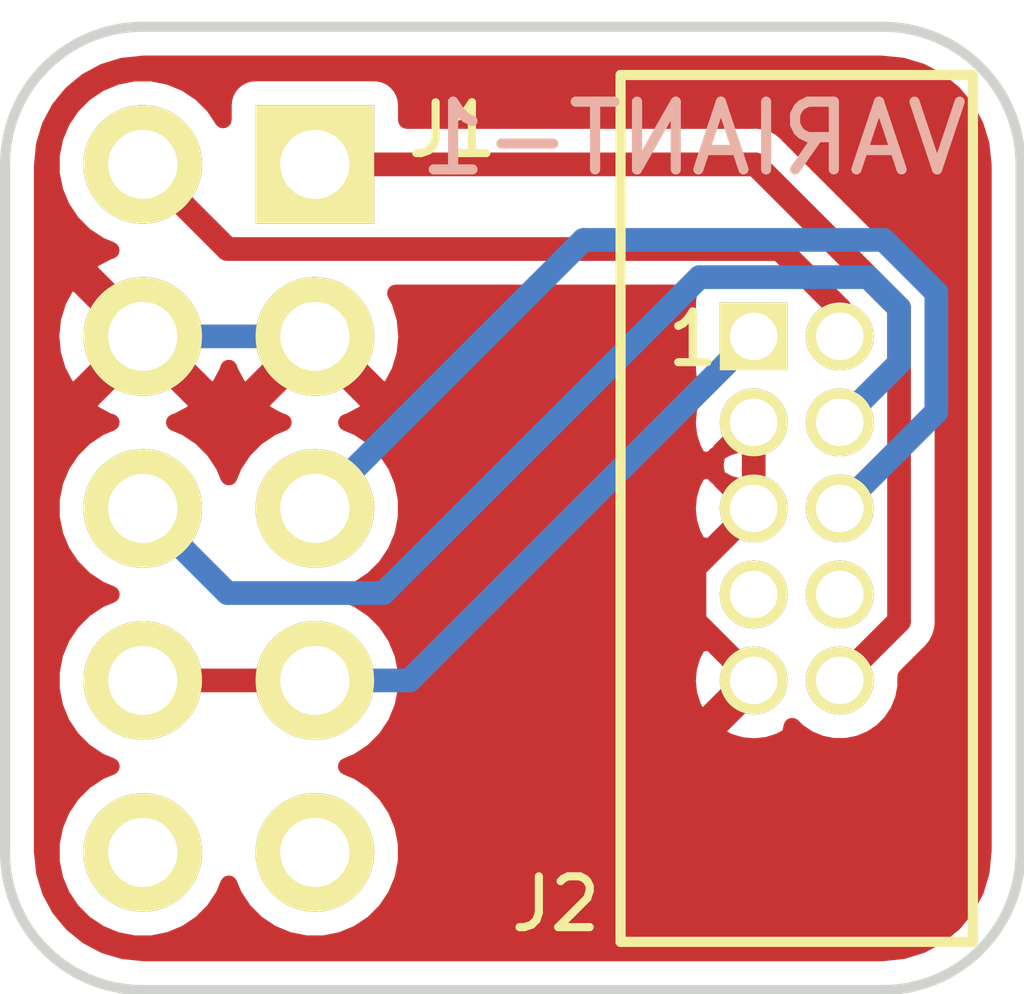
<source format=kicad_pcb>
(kicad_pcb (version 20171130) (host pcbnew 5.1.8-db9833491~88~ubuntu20.04.1)

  (general
    (thickness 1.6)
    (drawings 10)
    (tracks 28)
    (zones 0)
    (modules 2)
    (nets 11)
  )

  (page A4)
  (layers
    (0 F.Cu signal)
    (31 B.Cu signal)
    (32 B.Adhes user)
    (33 F.Adhes user)
    (34 B.Paste user)
    (35 F.Paste user)
    (36 B.SilkS user)
    (37 F.SilkS user)
    (38 B.Mask user)
    (39 F.Mask user)
    (40 Dwgs.User user)
    (41 Cmts.User user)
    (42 Eco1.User user)
    (43 Eco2.User user)
    (44 Edge.Cuts user)
    (45 Margin user)
    (46 B.CrtYd user)
    (47 F.CrtYd user)
    (48 B.Fab user)
    (49 F.Fab user)
  )

  (setup
    (last_trace_width 0.35)
    (user_trace_width 0.35)
    (trace_clearance 0.2)
    (zone_clearance 0.35)
    (zone_45_only no)
    (trace_min 0.2)
    (via_size 0.6)
    (via_drill 0.4)
    (via_min_size 0.4)
    (via_min_drill 0.3)
    (uvia_size 0.3)
    (uvia_drill 0.1)
    (uvias_allowed no)
    (uvia_min_size 0.2)
    (uvia_min_drill 0.1)
    (edge_width 0.15)
    (segment_width 0.2)
    (pcb_text_width 0.3)
    (pcb_text_size 1.5 1.5)
    (mod_edge_width 0.15)
    (mod_text_size 1 1)
    (mod_text_width 0.15)
    (pad_size 1.524 1.524)
    (pad_drill 0.762)
    (pad_to_mask_clearance 0)
    (aux_axis_origin 0 0)
    (visible_elements FFFFFF7F)
    (pcbplotparams
      (layerselection 0x010f0_ffffffff)
      (usegerberextensions false)
      (usegerberattributes true)
      (usegerberadvancedattributes true)
      (creategerberjobfile true)
      (excludeedgelayer true)
      (linewidth 0.100000)
      (plotframeref false)
      (viasonmask false)
      (mode 1)
      (useauxorigin false)
      (hpglpennumber 1)
      (hpglpenspeed 20)
      (hpglpendiameter 15.000000)
      (psnegative false)
      (psa4output false)
      (plotreference true)
      (plotvalue true)
      (plotinvisibletext false)
      (padsonsilk false)
      (subtractmaskfromsilk false)
      (outputformat 1)
      (mirror false)
      (drillshape 0)
      (scaleselection 1)
      (outputdirectory "gerbers"))
  )

  (net 0 "")
  (net 1 /RST)
  (net 2 /SWDIO)
  (net 3 /GND)
  (net 4 /SWIM)
  (net 5 /SWCLK)
  (net 6 /3.3V)
  (net 7 "Net-(J1-Pad9)")
  (net 8 "Net-(J1-Pad10)")
  (net 9 "Net-(J2-Pad7)")
  (net 10 "Net-(J2-Pad8)")

  (net_class Default "This is the default net class."
    (clearance 0.2)
    (trace_width 0.25)
    (via_dia 0.6)
    (via_drill 0.4)
    (uvia_dia 0.3)
    (uvia_drill 0.1)
    (add_net /3.3V)
    (add_net /GND)
    (add_net /RST)
    (add_net /SWCLK)
    (add_net /SWDIO)
    (add_net /SWIM)
    (add_net "Net-(J1-Pad10)")
    (add_net "Net-(J1-Pad9)")
    (add_net "Net-(J2-Pad7)")
    (add_net "Net-(J2-Pad8)")
  )

  (module kicadlib:ARM_10_PIN (layer F.Cu) (tedit 5FD78D9C) (tstamp 5643CB03)
    (at 157.48 110.236)
    (path /5643BF5B)
    (fp_text reference J2 (at -3.556 5.842) (layer F.SilkS)
      (effects (font (size 0.75 0.75) (thickness 0.12)))
    )
    (fp_text value ARM_10PIN (at 0 3.81) (layer F.Fab)
      (effects (font (size 0.75 0.75) (thickness 0.12)))
    )
    (fp_line (start -2.6 -6.4) (end 2.6 -6.4) (layer F.SilkS) (width 0.15))
    (fp_line (start -2.6 6.4) (end -2.6 -6.4) (layer F.SilkS) (width 0.15))
    (fp_line (start 2.6 6.4) (end -2.6 6.4) (layer F.SilkS) (width 0.15))
    (fp_line (start 2.6 -6.4) (end 2.6 6.4) (layer F.SilkS) (width 0.15))
    (fp_text user 1 (at -1.535 -2.5) (layer F.SilkS)
      (effects (font (size 0.75 0.75) (thickness 0.12)))
    )
    (pad 1 thru_hole rect (at -0.635 -2.54) (size 1 1) (drill 0.70104) (layers *.Cu *.Mask F.SilkS)
      (net 6 /3.3V))
    (pad 2 thru_hole circle (at 0.635 -2.54) (size 1 1) (drill 0.70104) (layers *.Cu *.Mask F.SilkS)
      (net 2 /SWDIO))
    (pad 3 thru_hole circle (at -0.635 -1.27) (size 1 1) (drill 0.70104) (layers *.Cu *.Mask F.SilkS)
      (net 3 /GND))
    (pad 4 thru_hole circle (at 0.635 -1.27) (size 1 1) (drill 0.70104) (layers *.Cu *.Mask F.SilkS)
      (net 5 /SWCLK))
    (pad 5 thru_hole circle (at -0.635 0) (size 1 1) (drill 0.70104) (layers *.Cu *.Mask F.SilkS)
      (net 3 /GND))
    (pad 6 thru_hole circle (at 0.635 0) (size 1 1) (drill 0.70104) (layers *.Cu *.Mask F.SilkS)
      (net 4 /SWIM))
    (pad 7 thru_hole circle (at -0.635 1.27) (size 1 1) (drill 0.70104) (layers *.Cu *.Mask F.SilkS)
      (net 9 "Net-(J2-Pad7)"))
    (pad 8 thru_hole circle (at 0.635 1.27) (size 1 1) (drill 0.70104) (layers *.Cu *.Mask F.SilkS)
      (net 10 "Net-(J2-Pad8)"))
    (pad 9 thru_hole circle (at -0.635 2.54) (size 1 1) (drill 0.70104) (layers *.Cu *.Mask F.SilkS)
      (net 3 /GND))
    (pad 10 thru_hole circle (at 0.635 2.54) (size 1 1) (drill 0.70104) (layers *.Cu *.Mask F.SilkS)
      (net 1 /RST))
    (model ${KIPRJMOD}/../kicadlib/kicadlib.pretty/models/ARM_10_PIN_TH_SHRD.wrl
      (offset (xyz -2.5908 -6.35 0))
      (scale (xyz 0.395 0.4 0.4))
      (rotate (xyz 0 0 -90))
    )
  )

  (module kicadlib:ARM_10_PIN_0.1_TH_RIGHTANGLE (layer F.Cu) (tedit 5FD78C30) (tstamp 5643CAF0)
    (at 150.368 105.156)
    (path /5643C704)
    (fp_text reference J1 (at 2.032 -0.508) (layer F.SilkS)
      (effects (font (size 0.75 0.75) (thickness 0.12)))
    )
    (fp_text value 2X5_HDR (at -1.27 -1.778) (layer F.Fab)
      (effects (font (size 0.75 0.75) (thickness 0.12)))
    )
    (pad 1 thru_hole rect (at 0 0) (size 1.75 1.75) (drill 1.02) (layers *.Cu *.Mask F.SilkS)
      (net 1 /RST))
    (pad 2 thru_hole circle (at -2.54 0) (size 1.75 1.75) (drill 1.02) (layers *.Cu *.Mask F.SilkS)
      (net 2 /SWDIO))
    (pad 3 thru_hole circle (at 0 2.54) (size 1.75 1.75) (drill 1.02) (layers *.Cu *.Mask F.SilkS)
      (net 3 /GND))
    (pad 4 thru_hole circle (at -2.54 2.54) (size 1.75 1.75) (drill 1.02) (layers *.Cu *.Mask F.SilkS)
      (net 3 /GND))
    (pad 5 thru_hole circle (at 0 5.08) (size 1.75 1.75) (drill 1.02) (layers *.Cu *.Mask F.SilkS)
      (net 4 /SWIM))
    (pad 6 thru_hole circle (at -2.54 5.08) (size 1.75 1.75) (drill 1.02) (layers *.Cu *.Mask F.SilkS)
      (net 5 /SWCLK))
    (pad 7 thru_hole circle (at 0 7.62) (size 1.75 1.75) (drill 1.02) (layers *.Cu *.Mask F.SilkS)
      (net 6 /3.3V))
    (pad 8 thru_hole circle (at -2.54 7.62) (size 1.75 1.75) (drill 1.02) (layers *.Cu *.Mask F.SilkS)
      (net 6 /3.3V))
    (pad 9 thru_hole circle (at 0 10.16) (size 1.75 1.75) (drill 1.02) (layers *.Cu *.Mask F.SilkS)
      (net 7 "Net-(J1-Pad9)"))
    (pad 10 thru_hole circle (at -2.54 10.16) (size 1.75 1.75) (drill 1.02) (layers *.Cu *.Mask F.SilkS)
      (net 8 "Net-(J1-Pad10)"))
    (model ${KIPRJMOD}/../SFH11-xxPC-D05-RA-BK.IGS
      (offset (xyz -12.5 -5 3.5))
      (scale (xyz 1 1 1))
      (rotate (xyz 90 -90 0))
    )
  )

  (gr_text VARIANT-1 (at 155.956 104.775) (layer B.SilkS)
    (effects (font (size 1 1) (thickness 0.15)) (justify mirror))
  )
  (gr_text "github.com/noahp/\n2x5toCortexAdapt/\nvariant-1 v2" (at 155.702 114.9985) (layer B.Mask)
    (effects (font (size 0.5 0.5) (thickness 0.125)) (justify mirror))
  )
  (gr_line (start 158.75 117.348) (end 147.828 117.348) (angle 90) (layer Edge.Cuts) (width 0.15))
  (gr_line (start 160.782 105.156) (end 160.782 115.316) (angle 90) (layer Edge.Cuts) (width 0.15))
  (gr_line (start 147.828 103.124) (end 158.75 103.124) (angle 90) (layer Edge.Cuts) (width 0.15))
  (gr_line (start 145.796 115.316) (end 145.796 105.156) (angle 90) (layer Edge.Cuts) (width 0.15))
  (gr_arc (start 147.828 115.316) (end 147.828 117.348) (angle 90) (layer Edge.Cuts) (width 0.15))
  (gr_arc (start 158.75 115.316) (end 160.782 115.316) (angle 90) (layer Edge.Cuts) (width 0.15))
  (gr_arc (start 158.75 105.156) (end 158.75 103.124) (angle 90) (layer Edge.Cuts) (width 0.15))
  (gr_arc (start 147.828 105.156) (end 145.796 105.156) (angle 90) (layer Edge.Cuts) (width 0.15))

  (segment (start 158.990001 111.900999) (end 158.115 112.776) (width 0.35) (layer F.Cu) (net 1))
  (segment (start 158.990001 107.275999) (end 158.990001 111.900999) (width 0.35) (layer F.Cu) (net 1))
  (segment (start 156.870002 105.156) (end 158.990001 107.275999) (width 0.35) (layer F.Cu) (net 1))
  (segment (start 150.368 105.156) (end 156.870002 105.156) (width 0.35) (layer F.Cu) (net 1))
  (segment (start 157.230003 106.406001) (end 158.115 107.290998) (width 0.35) (layer F.Cu) (net 2))
  (segment (start 149.078001 106.406001) (end 157.230003 106.406001) (width 0.35) (layer F.Cu) (net 2))
  (segment (start 158.115 107.290998) (end 158.115 107.696) (width 0.35) (layer F.Cu) (net 2))
  (segment (start 147.828 105.156) (end 149.078001 106.406001) (width 0.35) (layer F.Cu) (net 2))
  (segment (start 147.828 107.696) (end 150.368 107.696) (width 0.35) (layer B.Cu) (net 3))
  (segment (start 156.845 108.966) (end 156.845 110.236) (width 0.35) (layer F.Cu) (net 3))
  (segment (start 155.969999 111.900999) (end 156.845 112.776) (width 0.35) (layer F.Cu) (net 3))
  (segment (start 155.969999 111.111001) (end 155.969999 111.900999) (width 0.35) (layer F.Cu) (net 3))
  (segment (start 156.845 110.236) (end 155.969999 111.111001) (width 0.35) (layer F.Cu) (net 3))
  (segment (start 159.540011 108.810989) (end 158.115 110.236) (width 0.35) (layer B.Cu) (net 4))
  (segment (start 159.540011 107.048178) (end 159.540011 108.810989) (width 0.35) (layer B.Cu) (net 4))
  (segment (start 158.762822 106.270989) (end 159.540011 107.048178) (width 0.35) (layer B.Cu) (net 4))
  (segment (start 154.333011 106.270989) (end 158.762822 106.270989) (width 0.35) (layer B.Cu) (net 4))
  (segment (start 150.368 110.236) (end 154.333011 106.270989) (width 0.35) (layer B.Cu) (net 4))
  (segment (start 158.990001 107.275999) (end 158.990001 108.090999) (width 0.35) (layer B.Cu) (net 5))
  (segment (start 158.535001 106.820999) (end 158.990001 107.275999) (width 0.35) (layer B.Cu) (net 5))
  (segment (start 156.044999 106.820999) (end 158.535001 106.820999) (width 0.35) (layer B.Cu) (net 5))
  (segment (start 158.990001 108.090999) (end 158.115 108.966) (width 0.35) (layer B.Cu) (net 5))
  (segment (start 151.379997 111.486001) (end 156.044999 106.820999) (width 0.35) (layer B.Cu) (net 5))
  (segment (start 149.078001 111.486001) (end 151.379997 111.486001) (width 0.35) (layer B.Cu) (net 5))
  (segment (start 147.828 110.236) (end 149.078001 111.486001) (width 0.35) (layer B.Cu) (net 5))
  (segment (start 147.828 112.776) (end 150.368 112.776) (width 0.35) (layer F.Cu) (net 6))
  (segment (start 151.765 112.776) (end 156.845 107.696) (width 0.35) (layer B.Cu) (net 6))
  (segment (start 150.368 112.776) (end 151.765 112.776) (width 0.35) (layer B.Cu) (net 6))

  (zone (net 3) (net_name /GND) (layer F.Cu) (tstamp 5FD79C7E) (hatch edge 0.508)
    (connect_pads (clearance 0.508))
    (min_thickness 0.254)
    (fill yes (arc_segments 16) (thermal_gap 0.508) (thermal_bridge_width 0.508))
    (polygon
      (pts
        (xy 160.782 117.348) (xy 145.796 117.348) (xy 145.796 103.124) (xy 160.782 103.124)
      )
    )
    (filled_polygon
      (pts
        (xy 159.006118 103.862518) (xy 159.252477 103.936897) (xy 159.479698 104.057713) (xy 159.679128 104.220363) (xy 159.843164 104.41865)
        (xy 159.965564 104.645023) (xy 160.041663 104.89086) (xy 160.072 105.179502) (xy 160.072001 115.28127) (xy 160.043483 115.572115)
        (xy 159.969103 115.818476) (xy 159.848286 116.045699) (xy 159.685635 116.245129) (xy 159.48735 116.409164) (xy 159.260977 116.531564)
        (xy 159.015142 116.607663) (xy 158.726498 116.638) (xy 151.107414 116.638) (xy 151.330569 116.488893) (xy 151.540893 116.278569)
        (xy 151.706144 116.031253) (xy 151.819971 115.756451) (xy 151.878 115.464722) (xy 151.878 115.167278) (xy 151.819971 114.875549)
        (xy 151.706144 114.600747) (xy 151.540893 114.353431) (xy 151.330569 114.143107) (xy 151.185238 114.046) (xy 151.330569 113.948893)
        (xy 151.540893 113.738569) (xy 151.706144 113.491253) (xy 151.819971 113.216451) (xy 151.878 112.924722) (xy 151.878 112.627278)
        (xy 151.819971 112.335549) (xy 151.706144 112.060747) (xy 151.540893 111.813431) (xy 151.330569 111.603107) (xy 151.185238 111.506)
        (xy 151.330569 111.408893) (xy 151.540893 111.198569) (xy 151.706144 110.951253) (xy 151.819971 110.676451) (xy 151.878 110.384722)
        (xy 151.878 110.087278) (xy 151.819971 109.795549) (xy 151.706144 109.520747) (xy 151.540893 109.273431) (xy 151.330569 109.063107)
        (xy 151.166847 108.953712) (xy 151.234635 108.74224) (xy 150.368 107.875605) (xy 149.501365 108.74224) (xy 149.569153 108.953712)
        (xy 149.405431 109.063107) (xy 149.195107 109.273431) (xy 149.098 109.418762) (xy 149.000893 109.273431) (xy 148.790569 109.063107)
        (xy 148.626847 108.953712) (xy 148.694635 108.74224) (xy 147.828 107.875605) (xy 146.961365 108.74224) (xy 147.029153 108.953712)
        (xy 146.865431 109.063107) (xy 146.655107 109.273431) (xy 146.506 109.496586) (xy 146.506 108.436828) (xy 146.530132 108.481975)
        (xy 146.78176 108.562635) (xy 147.648395 107.696) (xy 146.78176 106.829365) (xy 146.530132 106.910025) (xy 146.506 106.960451)
        (xy 146.506 105.895414) (xy 146.655107 106.118569) (xy 146.865431 106.328893) (xy 147.029153 106.438288) (xy 146.961365 106.64976)
        (xy 147.828 107.516395) (xy 147.842143 107.502253) (xy 148.021748 107.681858) (xy 148.007605 107.696) (xy 148.87424 108.562635)
        (xy 149.098 108.490908) (xy 149.32176 108.562635) (xy 150.188395 107.696) (xy 150.174253 107.681858) (xy 150.353858 107.502253)
        (xy 150.368 107.516395) (xy 150.382143 107.502253) (xy 150.561748 107.681858) (xy 150.547605 107.696) (xy 151.41424 108.562635)
        (xy 151.665868 108.481975) (xy 151.794267 108.213671) (xy 151.867855 107.925474) (xy 151.883804 107.628457) (xy 151.841501 107.334037)
        (xy 151.799873 107.216001) (xy 155.706928 107.216001) (xy 155.706928 108.196) (xy 155.719188 108.320482) (xy 155.755498 108.44018)
        (xy 155.799802 108.523066) (xy 155.762542 108.606826) (xy 155.713269 108.824905) (xy 155.707489 109.048406) (xy 155.745423 109.26874)
        (xy 155.825613 109.47744) (xy 155.853412 109.52945) (xy 155.979602 109.55021) (xy 156.030392 109.601) (xy 155.979602 109.65179)
        (xy 155.853412 109.67255) (xy 155.762542 109.876826) (xy 155.713269 110.094905) (xy 155.707489 110.318406) (xy 155.745423 110.53874)
        (xy 155.825613 110.74744) (xy 155.853412 110.79945) (xy 155.94228 110.81407) (xy 155.839176 110.968376) (xy 155.753617 111.174933)
        (xy 155.71 111.394212) (xy 155.71 111.617788) (xy 155.753617 111.837067) (xy 155.839176 112.043624) (xy 155.94228 112.19793)
        (xy 155.853412 112.21255) (xy 155.762542 112.416826) (xy 155.713269 112.634905) (xy 155.707489 112.858406) (xy 155.745423 113.07874)
        (xy 155.825613 113.28744) (xy 155.853412 113.33945) (xy 156.066834 113.374561) (xy 156.665395 112.776) (xy 156.651253 112.761858)
        (xy 156.77211 112.641) (xy 156.91789 112.641) (xy 156.98 112.70311) (xy 156.98 112.84889) (xy 156.859143 112.969748)
        (xy 156.845 112.955605) (xy 156.246439 113.554166) (xy 156.28155 113.767588) (xy 156.485826 113.858458) (xy 156.703905 113.907731)
        (xy 156.927406 113.913511) (xy 157.14774 113.875577) (xy 157.35644 113.795387) (xy 157.40845 113.767588) (xy 157.42307 113.67872)
        (xy 157.577376 113.781824) (xy 157.783933 113.867383) (xy 158.003212 113.911) (xy 158.226788 113.911) (xy 158.446067 113.867383)
        (xy 158.652624 113.781824) (xy 158.83852 113.657612) (xy 158.996612 113.49952) (xy 159.120824 113.313624) (xy 159.206383 113.107067)
        (xy 159.25 112.887788) (xy 159.25 112.786513) (xy 159.534619 112.501894) (xy 159.565529 112.476527) (xy 159.638499 112.387612)
        (xy 159.66675 112.353189) (xy 159.731857 112.23138) (xy 159.741964 112.212472) (xy 159.788281 112.059787) (xy 159.800001 111.94079)
        (xy 159.800001 111.940788) (xy 159.80392 111.901) (xy 159.800001 111.861212) (xy 159.800001 107.315786) (xy 159.80392 107.275998)
        (xy 159.798011 107.216001) (xy 159.788281 107.117211) (xy 159.741964 106.964526) (xy 159.706952 106.899023) (xy 159.66675 106.823809)
        (xy 159.62112 106.768209) (xy 159.565529 106.700471) (xy 159.53462 106.675105) (xy 157.470901 104.611387) (xy 157.44553 104.580472)
        (xy 157.322191 104.479251) (xy 157.181475 104.404037) (xy 157.02879 104.35772) (xy 156.909793 104.346) (xy 156.90979 104.346)
        (xy 156.870002 104.342081) (xy 156.830214 104.346) (xy 151.881072 104.346) (xy 151.881072 104.281) (xy 151.868812 104.156518)
        (xy 151.832502 104.03682) (xy 151.773537 103.926506) (xy 151.69762 103.834) (xy 158.715279 103.834)
      )
    )
    (filled_polygon
      (pts
        (xy 149.195107 116.278569) (xy 149.405431 116.488893) (xy 149.628586 116.638) (xy 148.567414 116.638) (xy 148.790569 116.488893)
        (xy 149.000893 116.278569) (xy 149.098 116.133238)
      )
    )
    (filled_polygon
      (pts
        (xy 146.655107 113.738569) (xy 146.865431 113.948893) (xy 147.010762 114.046) (xy 146.865431 114.143107) (xy 146.655107 114.353431)
        (xy 146.506 114.576586) (xy 146.506 113.515414)
      )
    )
    (filled_polygon
      (pts
        (xy 146.655107 111.198569) (xy 146.865431 111.408893) (xy 147.010762 111.506) (xy 146.865431 111.603107) (xy 146.655107 111.813431)
        (xy 146.506 112.036586) (xy 146.506 110.975414)
      )
    )
    (filled_polygon
      (pts
        (xy 156.920215 110.103325) (xy 156.98 110.16311) (xy 156.98 110.30889) (xy 156.91789 110.371) (xy 156.77211 110.371)
        (xy 156.651253 110.250143) (xy 156.665395 110.236) (xy 156.651253 110.221858) (xy 156.773577 110.099533)
      )
    )
    (filled_polygon
      (pts
        (xy 156.98 108.89311) (xy 156.98 109.03889) (xy 156.916423 109.102467) (xy 156.769785 109.098675) (xy 156.651253 108.980143)
        (xy 156.665395 108.966) (xy 156.651253 108.951858) (xy 156.769038 108.834072) (xy 156.920962 108.834072)
      )
    )
    (filled_polygon
      (pts
        (xy 148.962463 103.926506) (xy 148.903498 104.03682) (xy 148.889716 104.082254) (xy 148.790569 103.983107) (xy 148.567414 103.834)
        (xy 149.03838 103.834)
      )
    )
  )
  (zone (net 3) (net_name /GND) (layer F.Cu) (tstamp 5FD79C7B) (hatch edge 0.508)
    (connect_pads (clearance 0.35))
    (min_thickness 0.254)
    (fill yes (arc_segments 16) (thermal_gap 0.35) (thermal_bridge_width 0.35))
    (polygon
      (pts
        (xy 160.782 117.348) (xy 145.796 117.348) (xy 145.796 103.124) (xy 160.782 103.124)
      )
    )
    (filled_polygon
      (pts
        (xy 159.036953 103.706783) (xy 159.312976 103.79012) (xy 159.567557 103.925483) (xy 159.790994 104.107714) (xy 159.974781 104.329876)
        (xy 160.111917 104.583502) (xy 160.197179 104.85894) (xy 160.23 105.171217) (xy 160.230001 115.288988) (xy 160.199217 115.602953)
        (xy 160.11588 115.878978) (xy 159.980517 116.133558) (xy 159.798288 116.356993) (xy 159.576127 116.54078) (xy 159.322497 116.677917)
        (xy 159.047061 116.763179) (xy 158.734783 116.796) (xy 147.855002 116.796) (xy 147.541047 116.765217) (xy 147.265022 116.68188)
        (xy 147.010442 116.546517) (xy 146.787007 116.364288) (xy 146.60322 116.142127) (xy 146.466083 115.888497) (xy 146.380821 115.613061)
        (xy 146.348 115.300783) (xy 146.348 110.10284) (xy 146.476 110.10284) (xy 146.476 110.36916) (xy 146.527956 110.630364)
        (xy 146.629873 110.876412) (xy 146.777833 111.09785) (xy 146.96615 111.286167) (xy 147.187588 111.434127) (xy 147.361104 111.506)
        (xy 147.187588 111.577873) (xy 146.96615 111.725833) (xy 146.777833 111.91415) (xy 146.629873 112.135588) (xy 146.527956 112.381636)
        (xy 146.476 112.64284) (xy 146.476 112.90916) (xy 146.527956 113.170364) (xy 146.629873 113.416412) (xy 146.777833 113.63785)
        (xy 146.96615 113.826167) (xy 147.187588 113.974127) (xy 147.361104 114.046) (xy 147.187588 114.117873) (xy 146.96615 114.265833)
        (xy 146.777833 114.45415) (xy 146.629873 114.675588) (xy 146.527956 114.921636) (xy 146.476 115.18284) (xy 146.476 115.44916)
        (xy 146.527956 115.710364) (xy 146.629873 115.956412) (xy 146.777833 116.17785) (xy 146.96615 116.366167) (xy 147.187588 116.514127)
        (xy 147.433636 116.616044) (xy 147.69484 116.668) (xy 147.96116 116.668) (xy 148.222364 116.616044) (xy 148.468412 116.514127)
        (xy 148.68985 116.366167) (xy 148.878167 116.17785) (xy 149.026127 115.956412) (xy 149.098 115.782896) (xy 149.169873 115.956412)
        (xy 149.317833 116.17785) (xy 149.50615 116.366167) (xy 149.727588 116.514127) (xy 149.973636 116.616044) (xy 150.23484 116.668)
        (xy 150.50116 116.668) (xy 150.762364 116.616044) (xy 151.008412 116.514127) (xy 151.22985 116.366167) (xy 151.418167 116.17785)
        (xy 151.566127 115.956412) (xy 151.668044 115.710364) (xy 151.72 115.44916) (xy 151.72 115.18284) (xy 151.668044 114.921636)
        (xy 151.566127 114.675588) (xy 151.418167 114.45415) (xy 151.22985 114.265833) (xy 151.008412 114.117873) (xy 150.834896 114.046)
        (xy 151.008412 113.974127) (xy 151.22985 113.826167) (xy 151.418167 113.63785) (xy 151.566127 113.416412) (xy 151.668044 113.170364)
        (xy 151.72 112.90916) (xy 151.72 112.64284) (xy 151.668044 112.381636) (xy 151.566127 112.135588) (xy 151.418167 111.91415)
        (xy 151.22985 111.725833) (xy 151.008412 111.577873) (xy 150.834896 111.506) (xy 151.008412 111.434127) (xy 151.22985 111.286167)
        (xy 151.418167 111.09785) (xy 151.566127 110.876412) (xy 151.668044 110.630364) (xy 151.72 110.36916) (xy 151.72 110.10284)
        (xy 151.668044 109.841636) (xy 151.566127 109.595588) (xy 151.418167 109.37415) (xy 151.22985 109.185833) (xy 151.008412 109.037873)
        (xy 150.837048 108.966891) (xy 150.882955 108.953162) (xy 151.11832 108.828544) (xy 151.1272 108.822611) (xy 151.209713 108.605595)
        (xy 150.368 107.763882) (xy 149.526287 108.605595) (xy 149.6088 108.822611) (xy 149.843179 108.949076) (xy 149.899862 108.966514)
        (xy 149.727588 109.037873) (xy 149.50615 109.185833) (xy 149.317833 109.37415) (xy 149.169873 109.595588) (xy 149.098 109.769104)
        (xy 149.026127 109.595588) (xy 148.878167 109.37415) (xy 148.68985 109.185833) (xy 148.468412 109.037873) (xy 148.297048 108.966891)
        (xy 148.342955 108.953162) (xy 148.57832 108.828544) (xy 148.5872 108.822611) (xy 148.669713 108.605595) (xy 147.828 107.763882)
        (xy 146.986287 108.605595) (xy 147.0688 108.822611) (xy 147.303179 108.949076) (xy 147.359862 108.966514) (xy 147.187588 109.037873)
        (xy 146.96615 109.185833) (xy 146.777833 109.37415) (xy 146.629873 109.595588) (xy 146.527956 109.841636) (xy 146.476 110.10284)
        (xy 146.348 110.10284) (xy 146.348 107.690661) (xy 146.469469 107.690661) (xy 146.494531 107.9558) (xy 146.570838 108.210955)
        (xy 146.695456 108.44632) (xy 146.701389 108.4552) (xy 146.918405 108.537713) (xy 147.760118 107.696) (xy 146.918405 106.854287)
        (xy 146.701389 106.9368) (xy 146.574924 107.171179) (xy 146.496614 107.425727) (xy 146.469469 107.690661) (xy 146.348 107.690661)
        (xy 146.348 105.183002) (xy 146.363703 105.02284) (xy 146.476 105.02284) (xy 146.476 105.28916) (xy 146.527956 105.550364)
        (xy 146.629873 105.796412) (xy 146.777833 106.01785) (xy 146.96615 106.206167) (xy 147.187588 106.354127) (xy 147.358952 106.425109)
        (xy 147.313045 106.438838) (xy 147.07768 106.563456) (xy 147.0688 106.569389) (xy 146.986287 106.786405) (xy 147.828 107.628118)
        (xy 147.842143 107.613976) (xy 147.910025 107.681858) (xy 147.895882 107.696) (xy 148.737595 108.537713) (xy 148.954611 108.4552)
        (xy 149.081076 108.220821) (xy 149.097664 108.166903) (xy 149.110838 108.210955) (xy 149.235456 108.44632) (xy 149.241389 108.4552)
        (xy 149.458405 108.537713) (xy 150.300118 107.696) (xy 150.285976 107.681858) (xy 150.353858 107.613976) (xy 150.368 107.628118)
        (xy 150.382143 107.613976) (xy 150.450025 107.681858) (xy 150.435882 107.696) (xy 151.277595 108.537713) (xy 151.494611 108.4552)
        (xy 151.621076 108.220821) (xy 151.699386 107.966273) (xy 151.726531 107.701339) (xy 151.701469 107.4362) (xy 151.625162 107.181045)
        (xy 151.560014 107.058001) (xy 155.888399 107.058001) (xy 155.874903 107.102492) (xy 155.865693 107.196) (xy 155.865693 108.196)
        (xy 155.874903 108.289508) (xy 155.902178 108.379423) (xy 155.946471 108.462289) (xy 155.982758 108.506505) (xy 155.934422 108.599072)
        (xy 155.880335 108.783768) (xy 155.863319 108.975466) (xy 155.884028 109.166801) (xy 155.941667 109.350419) (xy 156.023502 109.503522)
        (xy 156.202141 109.540977) (xy 156.30187 109.441248) (xy 156.270023 109.593141) (xy 156.277882 109.601) (xy 156.270023 109.608859)
        (xy 156.30187 109.760752) (xy 156.202141 109.661023) (xy 156.023502 109.698478) (xy 155.934422 109.869072) (xy 155.880335 110.053768)
        (xy 155.863319 110.245466) (xy 155.884028 110.436801) (xy 155.941667 110.620419) (xy 156.023502 110.773522) (xy 156.165929 110.803385)
        (xy 156.086115 110.883199) (xy 155.979194 111.043217) (xy 155.905546 111.22102) (xy 155.868 111.409774) (xy 155.868 111.602226)
        (xy 155.905546 111.79098) (xy 155.979194 111.968783) (xy 156.086115 112.128801) (xy 156.165929 112.208615) (xy 156.023502 112.238478)
        (xy 155.934422 112.409072) (xy 155.880335 112.593768) (xy 155.863319 112.785466) (xy 155.884028 112.976801) (xy 155.941667 113.160419)
        (xy 156.023502 113.313522) (xy 156.202141 113.350977) (xy 156.777118 112.776) (xy 156.762976 112.761858) (xy 156.830858 112.693976)
        (xy 156.845 112.708118) (xy 156.859143 112.693976) (xy 156.927025 112.761858) (xy 156.912882 112.776) (xy 156.927025 112.790143)
        (xy 156.859143 112.858025) (xy 156.845 112.843882) (xy 156.270023 113.418859) (xy 156.307478 113.597498) (xy 156.478072 113.686578)
        (xy 156.662768 113.740665) (xy 156.854466 113.757681) (xy 157.045801 113.736972) (xy 157.229419 113.679333) (xy 157.382522 113.597498)
        (xy 157.412385 113.455071) (xy 157.492199 113.534885) (xy 157.652217 113.641806) (xy 157.83002 113.715454) (xy 158.018774 113.753)
        (xy 158.211226 113.753) (xy 158.39998 113.715454) (xy 158.577783 113.641806) (xy 158.737801 113.534885) (xy 158.873885 113.398801)
        (xy 158.980806 113.238783) (xy 159.054454 113.06098) (xy 159.092 112.872226) (xy 159.092 112.721067) (xy 159.428388 112.384679)
        (xy 159.453265 112.364263) (xy 159.534742 112.264983) (xy 159.595284 112.151716) (xy 159.632566 112.028813) (xy 159.642001 111.933021)
        (xy 159.645155 111.901) (xy 159.642001 111.868978) (xy 159.642001 107.308013) (xy 159.645154 107.275998) (xy 159.642001 107.243984)
        (xy 159.642001 107.243977) (xy 159.632566 107.148185) (xy 159.595284 107.025282) (xy 159.534742 106.912015) (xy 159.453265 106.812735)
        (xy 159.428389 106.79232) (xy 157.353687 104.717619) (xy 157.333266 104.692736) (xy 157.233986 104.611259) (xy 157.120719 104.550717)
        (xy 156.997816 104.513435) (xy 156.902024 104.504) (xy 156.870002 104.500846) (xy 156.83798 104.504) (xy 151.722307 104.504)
        (xy 151.722307 104.281) (xy 151.713097 104.187492) (xy 151.685822 104.097577) (xy 151.641529 104.014711) (xy 151.581921 103.942079)
        (xy 151.509289 103.882471) (xy 151.426423 103.838178) (xy 151.336508 103.810903) (xy 151.243 103.801693) (xy 149.493 103.801693)
        (xy 149.399492 103.810903) (xy 149.309577 103.838178) (xy 149.226711 103.882471) (xy 149.154079 103.942079) (xy 149.094471 104.014711)
        (xy 149.050178 104.097577) (xy 149.022903 104.187492) (xy 149.013693 104.281) (xy 149.013693 104.496979) (xy 148.878167 104.29415)
        (xy 148.68985 104.105833) (xy 148.468412 103.957873) (xy 148.222364 103.855956) (xy 147.96116 103.804) (xy 147.69484 103.804)
        (xy 147.433636 103.855956) (xy 147.187588 103.957873) (xy 146.96615 104.105833) (xy 146.777833 104.29415) (xy 146.629873 104.515588)
        (xy 146.527956 104.761636) (xy 146.476 105.02284) (xy 146.363703 105.02284) (xy 146.378783 104.869047) (xy 146.46212 104.593024)
        (xy 146.597483 104.338443) (xy 146.779714 104.115006) (xy 147.001876 103.931219) (xy 147.255502 103.794083) (xy 147.53094 103.708821)
        (xy 147.843217 103.676) (xy 158.722998 103.676)
      )
    )
    (filled_polygon
      (pts
        (xy 156.478072 109.876578) (xy 156.584679 109.907797) (xy 156.845 110.168118) (xy 156.859143 110.153976) (xy 156.927025 110.221858)
        (xy 156.912882 110.236) (xy 156.927025 110.250143) (xy 156.859143 110.318025) (xy 156.845 110.303882) (xy 156.830858 110.318025)
        (xy 156.762976 110.250143) (xy 156.777118 110.236) (xy 156.351716 109.810598)
      )
    )
    (filled_polygon
      (pts
        (xy 156.927025 108.951858) (xy 156.912882 108.966) (xy 156.927025 108.980143) (xy 156.859143 109.048025) (xy 156.845 109.033882)
        (xy 156.585395 109.293487) (xy 156.460581 109.332667) (xy 156.352888 109.39023) (xy 156.777118 108.966) (xy 156.762976 108.951858)
        (xy 156.830858 108.883976) (xy 156.845 108.898118) (xy 156.859143 108.883976)
      )
    )
  )
)

</source>
